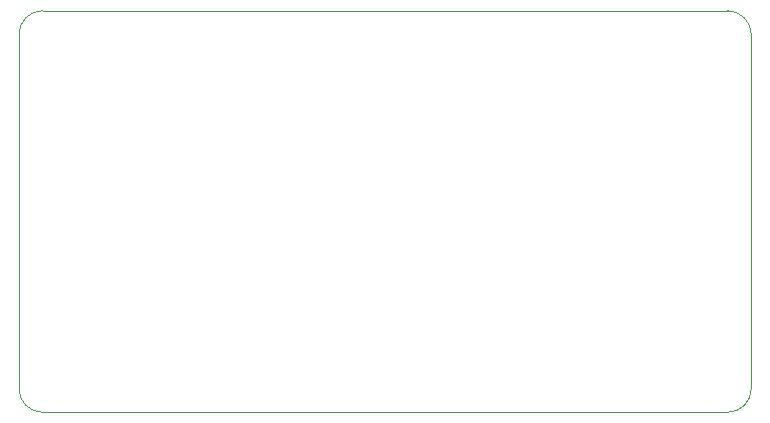
<source format=gbr>
%TF.GenerationSoftware,KiCad,Pcbnew,6.0.11+dfsg-1~bpo11+1*%
%TF.CreationDate,2023-07-10T22:14:43+02:00*%
%TF.ProjectId,motor_board_v3,6d6f746f-725f-4626-9f61-72645f76332e,rev?*%
%TF.SameCoordinates,PX87037a0PY50412a8*%
%TF.FileFunction,Profile,NP*%
%FSLAX46Y46*%
G04 Gerber Fmt 4.6, Leading zero omitted, Abs format (unit mm)*
G04 Created by KiCad (PCBNEW 6.0.11+dfsg-1~bpo11+1) date 2023-07-10 22:14:43*
%MOMM*%
%LPD*%
G01*
G04 APERTURE LIST*
%TA.AperFunction,Profile*%
%ADD10C,0.100000*%
%TD*%
G04 APERTURE END LIST*
D10*
X-8000000Y5000000D02*
G75*
G03*
X-10000000Y3000000I0J-2000000D01*
G01*
X-8000000Y5000000D02*
X50000000Y5000000D01*
X-10000000Y-27000000D02*
G75*
G03*
X-8000000Y-29000000I2000000J0D01*
G01*
X-10000000Y3000000D02*
X-10000000Y-27000000D01*
X50000000Y-29000000D02*
G75*
G03*
X52000000Y-27000000I0J2000000D01*
G01*
X52000000Y3000000D02*
G75*
G03*
X50000000Y5000000I-2000000J0D01*
G01*
X52000000Y-27000000D02*
X52000000Y3000000D01*
X50000000Y-29000000D02*
X-8000000Y-29000000D01*
M02*

</source>
